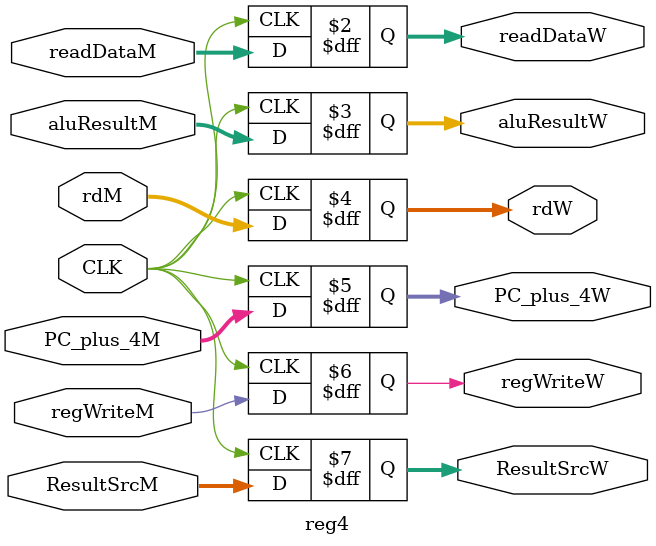
<source format=v>
module reg4(
    output reg [31:0] readDataW, aluResultW, rdW, PC_plus_4W,
    output reg regWriteW,
    output reg [1:0] ResultSrcW,
    input [31:0] readDataM,
    input [31:0] aluResultM, rdM, PC_plus_4M,
    input regWriteM, CLK,
    input [1:0] ResultSrcM,
);
    always @ (posedge CLK) begin
        readDataW <= readDataM;
        aluResultW <= aluResultM;
        rdW <= rdM;
        PC_plus_4W <= PC_plus_4M;
        regWriteW <= regWriteM;
        ResultSrcW <= ResultSrcM;
    end
endmodule
</source>
